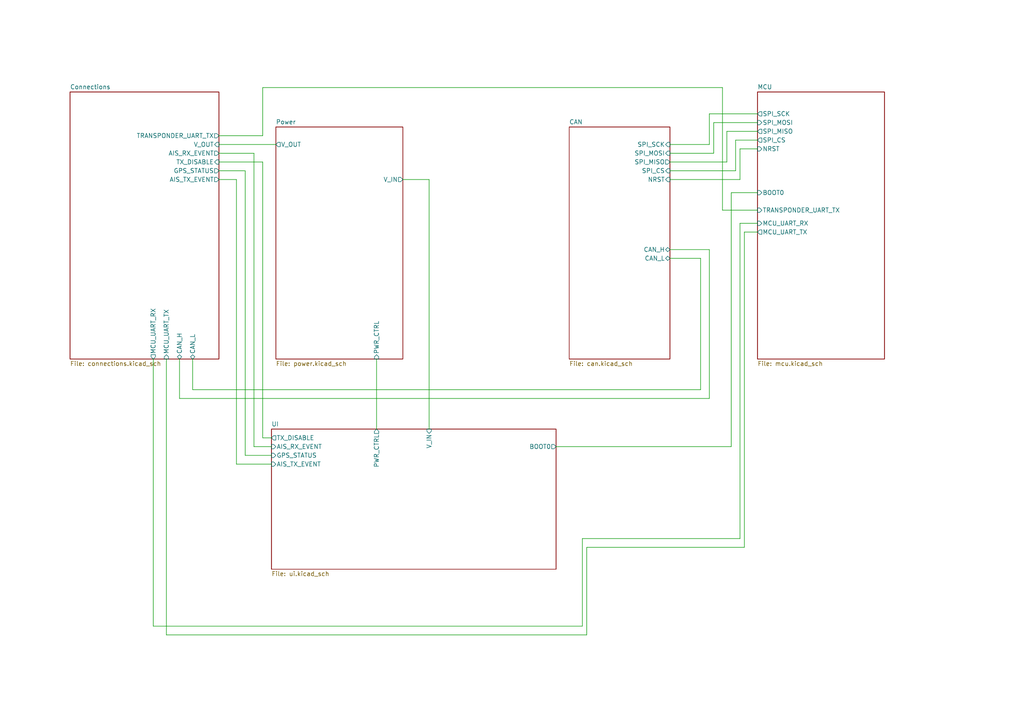
<source format=kicad_sch>
(kicad_sch
	(version 20231120)
	(generator "eeschema")
	(generator_version "8.0")
	(uuid "c5556f8a-89e2-4d0f-b0be-1ad8268f6ba1")
	(paper "A4")
	(title_block
		(title "MAIANA NMEA2000 Adapter")
		(date "2023-09-23")
		(rev "8")
		(company "Maverick Labs LLC")
	)
	(lib_symbols)
	(wire
		(pts
			(xy 205.74 33.02) (xy 205.74 41.91)
		)
		(stroke
			(width 0)
			(type default)
		)
		(uuid "00b5dcf2-acbe-4287-84de-8c3d802fb1ba")
	)
	(wire
		(pts
			(xy 73.66 129.54) (xy 73.66 44.45)
		)
		(stroke
			(width 0)
			(type default)
		)
		(uuid "04b28251-ba8c-482e-b1d1-62eea6f4c55d")
	)
	(wire
		(pts
			(xy 52.07 104.14) (xy 52.07 115.57)
		)
		(stroke
			(width 0)
			(type default)
		)
		(uuid "05d72197-137e-4933-a8be-9865f5b83292")
	)
	(wire
		(pts
			(xy 207.01 44.45) (xy 194.31 44.45)
		)
		(stroke
			(width 0)
			(type default)
		)
		(uuid "09792660-2eab-4daf-bc5b-6c1cc686d644")
	)
	(wire
		(pts
			(xy 219.71 33.02) (xy 205.74 33.02)
		)
		(stroke
			(width 0)
			(type default)
		)
		(uuid "0d0b6cfd-f040-4b90-ab4f-53c227a3d3c0")
	)
	(wire
		(pts
			(xy 68.58 52.07) (xy 63.5 52.07)
		)
		(stroke
			(width 0)
			(type default)
		)
		(uuid "0ec986a6-de35-425c-b984-6c22202e0120")
	)
	(wire
		(pts
			(xy 170.18 158.75) (xy 170.18 184.15)
		)
		(stroke
			(width 0)
			(type default)
		)
		(uuid "1382c5f5-4ca6-43c3-aca7-c58d7e6c86bc")
	)
	(wire
		(pts
			(xy 219.71 35.56) (xy 207.01 35.56)
		)
		(stroke
			(width 0)
			(type default)
		)
		(uuid "20b5e98e-9d48-48fe-96f2-672f28930fbb")
	)
	(wire
		(pts
			(xy 205.74 72.39) (xy 194.31 72.39)
		)
		(stroke
			(width 0)
			(type default)
		)
		(uuid "27e4a879-2d50-4b54-9e0f-373cc2a1158c")
	)
	(wire
		(pts
			(xy 44.45 104.14) (xy 44.45 181.61)
		)
		(stroke
			(width 0)
			(type default)
		)
		(uuid "2bcf6046-fd48-42b1-b4bf-22f4376905c7")
	)
	(wire
		(pts
			(xy 203.2 113.03) (xy 203.2 74.93)
		)
		(stroke
			(width 0)
			(type default)
		)
		(uuid "2da6b589-92c4-4b7c-8de9-66e7c1b07848")
	)
	(wire
		(pts
			(xy 48.26 184.15) (xy 48.26 104.14)
		)
		(stroke
			(width 0)
			(type default)
		)
		(uuid "2db4ac74-eb43-4521-8421-8fe2cf07f9fe")
	)
	(wire
		(pts
			(xy 55.88 104.14) (xy 55.88 113.03)
		)
		(stroke
			(width 0)
			(type default)
		)
		(uuid "2dd74699-af41-4d26-8e33-fca3e891a181")
	)
	(wire
		(pts
			(xy 170.18 184.15) (xy 48.26 184.15)
		)
		(stroke
			(width 0)
			(type default)
		)
		(uuid "3b2e5267-d638-463b-a21e-7804da6fd6d7")
	)
	(wire
		(pts
			(xy 73.66 44.45) (xy 63.5 44.45)
		)
		(stroke
			(width 0)
			(type default)
		)
		(uuid "3ef78ea7-5289-4bab-a2fd-797e13a101fc")
	)
	(wire
		(pts
			(xy 219.71 38.1) (xy 210.82 38.1)
		)
		(stroke
			(width 0)
			(type default)
		)
		(uuid "4548f8e6-2a40-43b5-97ff-48ac0ee3b672")
	)
	(wire
		(pts
			(xy 219.71 40.64) (xy 213.36 40.64)
		)
		(stroke
			(width 0)
			(type default)
		)
		(uuid "470a85d7-b9b9-4420-9b3a-a60371f876ea")
	)
	(wire
		(pts
			(xy 78.74 134.62) (xy 68.58 134.62)
		)
		(stroke
			(width 0)
			(type default)
		)
		(uuid "489b357f-032d-4433-9672-0285d8aff583")
	)
	(wire
		(pts
			(xy 124.46 52.07) (xy 124.46 124.46)
		)
		(stroke
			(width 0)
			(type default)
		)
		(uuid "4abc64eb-9249-4823-8bfa-aa34f55d42ee")
	)
	(wire
		(pts
			(xy 215.9 158.75) (xy 170.18 158.75)
		)
		(stroke
			(width 0)
			(type default)
		)
		(uuid "4b7ff707-47af-401a-9b7b-ef28b7ffdd6a")
	)
	(wire
		(pts
			(xy 44.45 181.61) (xy 168.91 181.61)
		)
		(stroke
			(width 0)
			(type default)
		)
		(uuid "50c51e2e-547b-4063-8068-8aba713c9cc6")
	)
	(wire
		(pts
			(xy 76.2 46.99) (xy 63.5 46.99)
		)
		(stroke
			(width 0)
			(type default)
		)
		(uuid "51a12a6e-f015-4e0f-a97e-0e466c31d557")
	)
	(wire
		(pts
			(xy 210.82 38.1) (xy 210.82 46.99)
		)
		(stroke
			(width 0)
			(type default)
		)
		(uuid "54e75e36-bc2e-46bb-a098-1312427f0151")
	)
	(wire
		(pts
			(xy 209.55 25.4) (xy 209.55 60.96)
		)
		(stroke
			(width 0)
			(type default)
		)
		(uuid "61133c15-d279-444c-b911-2952ad8125a7")
	)
	(wire
		(pts
			(xy 214.63 43.18) (xy 214.63 52.07)
		)
		(stroke
			(width 0)
			(type default)
		)
		(uuid "787ac5d8-3aca-43ac-87fe-04b17201623d")
	)
	(wire
		(pts
			(xy 215.9 67.31) (xy 215.9 158.75)
		)
		(stroke
			(width 0)
			(type default)
		)
		(uuid "7d4dcb4f-3a8f-4891-81cb-965a3e21e543")
	)
	(wire
		(pts
			(xy 109.22 104.14) (xy 109.22 124.46)
		)
		(stroke
			(width 0)
			(type default)
		)
		(uuid "7fcd1e9c-2910-4f50-9cb2-0c19ad738259")
	)
	(wire
		(pts
			(xy 168.91 181.61) (xy 168.91 156.21)
		)
		(stroke
			(width 0)
			(type default)
		)
		(uuid "80119181-1472-4bf7-8949-fd25514e2145")
	)
	(wire
		(pts
			(xy 207.01 35.56) (xy 207.01 44.45)
		)
		(stroke
			(width 0)
			(type default)
		)
		(uuid "82a23efa-b17b-4be0-94e6-01eb63ede914")
	)
	(wire
		(pts
			(xy 209.55 60.96) (xy 219.71 60.96)
		)
		(stroke
			(width 0)
			(type default)
		)
		(uuid "9121ad7b-28c3-4f6a-a7fb-e6f2ed458e83")
	)
	(wire
		(pts
			(xy 212.09 129.54) (xy 212.09 55.88)
		)
		(stroke
			(width 0)
			(type default)
		)
		(uuid "927b3ff6-617a-43c8-ab5d-8a852df84c78")
	)
	(wire
		(pts
			(xy 212.09 55.88) (xy 219.71 55.88)
		)
		(stroke
			(width 0)
			(type default)
		)
		(uuid "9463b122-5169-4b05-b9b0-9522822df580")
	)
	(wire
		(pts
			(xy 205.74 115.57) (xy 205.74 72.39)
		)
		(stroke
			(width 0)
			(type default)
		)
		(uuid "94e3a50a-70ba-4c48-b311-df4914661528")
	)
	(wire
		(pts
			(xy 76.2 25.4) (xy 209.55 25.4)
		)
		(stroke
			(width 0)
			(type default)
		)
		(uuid "97dbdeb5-d0a4-47b2-ad04-815938a0daf7")
	)
	(wire
		(pts
			(xy 161.29 129.54) (xy 212.09 129.54)
		)
		(stroke
			(width 0)
			(type default)
		)
		(uuid "992908c1-4334-480b-9707-81a070f250e6")
	)
	(wire
		(pts
			(xy 214.63 52.07) (xy 194.31 52.07)
		)
		(stroke
			(width 0)
			(type default)
		)
		(uuid "99df7320-600e-4764-935e-a2b8a79bccef")
	)
	(wire
		(pts
			(xy 68.58 134.62) (xy 68.58 52.07)
		)
		(stroke
			(width 0)
			(type default)
		)
		(uuid "a1df69c5-c8ae-452f-92e1-af858e8af2c4")
	)
	(wire
		(pts
			(xy 168.91 156.21) (xy 214.63 156.21)
		)
		(stroke
			(width 0)
			(type default)
		)
		(uuid "a5d8157b-6b51-4328-a1cb-dd614cc111e9")
	)
	(wire
		(pts
			(xy 78.74 127) (xy 76.2 127)
		)
		(stroke
			(width 0)
			(type default)
		)
		(uuid "b2e2e92b-a26b-4ed2-b4b4-4c34de26b251")
	)
	(wire
		(pts
			(xy 205.74 41.91) (xy 194.31 41.91)
		)
		(stroke
			(width 0)
			(type default)
		)
		(uuid "b4a4ed28-333b-4729-9c7e-b8ace91fb93a")
	)
	(wire
		(pts
			(xy 76.2 127) (xy 76.2 46.99)
		)
		(stroke
			(width 0)
			(type default)
		)
		(uuid "b5b2ab81-6bc1-4285-a6a9-a66b2d0eacdb")
	)
	(wire
		(pts
			(xy 63.5 41.91) (xy 80.01 41.91)
		)
		(stroke
			(width 0)
			(type default)
		)
		(uuid "ba0a437d-18f2-4d61-9203-519b5e1f695c")
	)
	(wire
		(pts
			(xy 71.12 132.08) (xy 71.12 49.53)
		)
		(stroke
			(width 0)
			(type default)
		)
		(uuid "bf30a127-6d6c-4c11-b542-c30a9025e88b")
	)
	(wire
		(pts
			(xy 210.82 46.99) (xy 194.31 46.99)
		)
		(stroke
			(width 0)
			(type default)
		)
		(uuid "c77070b2-520b-4a06-9d3e-17b4b6a7b96a")
	)
	(wire
		(pts
			(xy 213.36 49.53) (xy 194.31 49.53)
		)
		(stroke
			(width 0)
			(type default)
		)
		(uuid "ca34c95f-29cb-4e1d-8c07-8644e5932df2")
	)
	(wire
		(pts
			(xy 213.36 40.64) (xy 213.36 49.53)
		)
		(stroke
			(width 0)
			(type default)
		)
		(uuid "cb752577-b09f-48c4-aa81-a79a24919109")
	)
	(wire
		(pts
			(xy 78.74 129.54) (xy 73.66 129.54)
		)
		(stroke
			(width 0)
			(type default)
		)
		(uuid "cd4a9270-ff0d-4500-95be-c0328698164f")
	)
	(wire
		(pts
			(xy 55.88 113.03) (xy 203.2 113.03)
		)
		(stroke
			(width 0)
			(type default)
		)
		(uuid "d105fe9c-e477-4cb4-b6f4-b6461fd34e6d")
	)
	(wire
		(pts
			(xy 76.2 39.37) (xy 76.2 25.4)
		)
		(stroke
			(width 0)
			(type default)
		)
		(uuid "d16f599f-a4de-4648-94de-04c399d0d39e")
	)
	(wire
		(pts
			(xy 78.74 132.08) (xy 71.12 132.08)
		)
		(stroke
			(width 0)
			(type default)
		)
		(uuid "d83a3a66-c39e-47d7-828c-fbd802d99825")
	)
	(wire
		(pts
			(xy 219.71 67.31) (xy 215.9 67.31)
		)
		(stroke
			(width 0)
			(type default)
		)
		(uuid "dbbefbdb-bc7b-43b2-ba9d-6d9daee85f57")
	)
	(wire
		(pts
			(xy 214.63 64.77) (xy 219.71 64.77)
		)
		(stroke
			(width 0)
			(type default)
		)
		(uuid "de2c1185-a42d-4de4-8ca4-5bced502d4d3")
	)
	(wire
		(pts
			(xy 52.07 115.57) (xy 205.74 115.57)
		)
		(stroke
			(width 0)
			(type default)
		)
		(uuid "e76f0ddb-c6f0-40e3-a00e-98c264417579")
	)
	(wire
		(pts
			(xy 63.5 39.37) (xy 76.2 39.37)
		)
		(stroke
			(width 0)
			(type default)
		)
		(uuid "e80bcbda-2e0a-4092-bf3d-6bf3ab4f6472")
	)
	(wire
		(pts
			(xy 116.84 52.07) (xy 124.46 52.07)
		)
		(stroke
			(width 0)
			(type default)
		)
		(uuid "e9e9d808-c134-439a-ad7e-dc0b54c9f013")
	)
	(wire
		(pts
			(xy 214.63 156.21) (xy 214.63 64.77)
		)
		(stroke
			(width 0)
			(type default)
		)
		(uuid "eab76515-193c-4199-b96c-d712c390265e")
	)
	(wire
		(pts
			(xy 203.2 74.93) (xy 194.31 74.93)
		)
		(stroke
			(width 0)
			(type default)
		)
		(uuid "ee153d84-6dc6-46bc-adfd-feec7acd2dae")
	)
	(wire
		(pts
			(xy 219.71 43.18) (xy 214.63 43.18)
		)
		(stroke
			(width 0)
			(type default)
		)
		(uuid "fda3fb9e-2fee-49ad-91a1-5b608f045c85")
	)
	(wire
		(pts
			(xy 71.12 49.53) (xy 63.5 49.53)
		)
		(stroke
			(width 0)
			(type default)
		)
		(uuid "ff62e25e-e501-4d9e-aab4-289e0616de75")
	)
	(sheet
		(at 78.74 124.46)
		(size 82.55 40.64)
		(fields_autoplaced yes)
		(stroke
			(width 0.1524)
			(type solid)
		)
		(fill
			(color 0 0 0 0.0000)
		)
		(uuid "216fd6ca-ab33-431f-bcec-b93a3e5dfdb6")
		(property "Sheetname" "UI"
			(at 78.74 123.7484 0)
			(effects
				(font
					(size 1.27 1.27)
				)
				(justify left bottom)
			)
		)
		(property "Sheetfile" "ui.kicad_sch"
			(at 78.74 165.6846 0)
			(effects
				(font
					(size 1.27 1.27)
				)
				(justify left top)
			)
		)
		(pin "AIS_RX_EVENT" input
			(at 78.74 129.54 180)
			(effects
				(font
					(size 1.27 1.27)
				)
				(justify left)
			)
			(uuid "63c29de5-13a3-473a-ab08-5d72b0e618a7")
		)
		(pin "GPS_STATUS" input
			(at 78.74 132.08 180)
			(effects
				(font
					(size 1.27 1.27)
				)
				(justify left)
			)
			(uuid "a3e69a45-e39b-4ce1-b898-cf7b3ce6986e")
		)
		(pin "AIS_TX_EVENT" input
			(at 78.74 134.62 180)
			(effects
				(font
					(size 1.27 1.27)
				)
				(justify left)
			)
			(uuid "24d9551e-bdf7-421d-8bf5-fc90feff8817")
		)
		(pin "PWR_CTRL" output
			(at 109.22 124.46 90)
			(effects
				(font
					(size 1.27 1.27)
				)
				(justify right)
			)
			(uuid "e61db562-01cf-45db-94a1-a6f2fd513a8c")
		)
		(pin "TX_DISABLE" output
			(at 78.74 127 180)
			(effects
				(font
					(size 1.27 1.27)
				)
				(justify left)
			)
			(uuid "2315c591-2afe-4a2b-84e0-b362d1b43ede")
		)
		(pin "BOOT0" output
			(at 161.29 129.54 0)
			(effects
				(font
					(size 1.27 1.27)
				)
				(justify right)
			)
			(uuid "89162900-5c6e-4776-9ff6-2ad4ee5cc11b")
		)
		(pin "V_IN" input
			(at 124.46 124.46 90)
			(effects
				(font
					(size 1.27 1.27)
				)
				(justify right)
			)
			(uuid "d012046b-c764-4fd2-8a33-74859d91546e")
		)
		(instances
			(project "N2K_Blue_v8.2"
				(path "/c5556f8a-89e2-4d0f-b0be-1ad8268f6ba1"
					(page "5")
				)
			)
		)
	)
	(sheet
		(at 20.32 26.67)
		(size 43.18 77.47)
		(fields_autoplaced yes)
		(stroke
			(width 0.1524)
			(type solid)
		)
		(fill
			(color 0 0 0 0.0000)
		)
		(uuid "366c1cf7-3b18-4b07-a46b-710a7c7fc965")
		(property "Sheetname" "Connections"
			(at 20.32 25.9584 0)
			(effects
				(font
					(size 1.27 1.27)
				)
				(justify left bottom)
			)
		)
		(property "Sheetfile" "connections.kicad_sch"
			(at 20.32 104.7246 0)
			(effects
				(font
					(size 1.27 1.27)
				)
				(justify left top)
			)
		)
		(pin "TRANSPONDER_UART_TX" output
			(at 63.5 39.37 0)
			(effects
				(font
					(size 1.27 1.27)
				)
				(justify right)
			)
			(uuid "97580348-0f04-493f-b100-f13b2e114ab4")
		)
		(pin "V_OUT" input
			(at 63.5 41.91 0)
			(effects
				(font
					(size 1.27 1.27)
				)
				(justify right)
			)
			(uuid "9d06d9e6-5b46-44f8-9c30-9c607fb3c687")
		)
		(pin "AIS_RX_EVENT" output
			(at 63.5 44.45 0)
			(effects
				(font
					(size 1.27 1.27)
				)
				(justify right)
			)
			(uuid "c305b4e6-142c-428b-a34c-08b27c69107b")
		)
		(pin "TX_DISABLE" input
			(at 63.5 46.99 0)
			(effects
				(font
					(size 1.27 1.27)
				)
				(justify right)
			)
			(uuid "eea4b9d9-68d6-4d5f-b06e-ab196bfe7295")
		)
		(pin "GPS_STATUS" output
			(at 63.5 49.53 0)
			(effects
				(font
					(size 1.27 1.27)
				)
				(justify right)
			)
			(uuid "f93871ec-23bd-469d-8866-ad1ca199dc78")
		)
		(pin "AIS_TX_EVENT" output
			(at 63.5 52.07 0)
			(effects
				(font
					(size 1.27 1.27)
				)
				(justify right)
			)
			(uuid "37191daf-5659-4c76-8844-e4c1e7963ed8")
		)
		(pin "CAN_L" bidirectional
			(at 55.88 104.14 270)
			(effects
				(font
					(size 1.27 1.27)
				)
				(justify left)
			)
			(uuid "93cd7e08-9024-49eb-9efa-0538e4a454d0")
		)
		(pin "CAN_H" bidirectional
			(at 52.07 104.14 270)
			(effects
				(font
					(size 1.27 1.27)
				)
				(justify left)
			)
			(uuid "75919ea4-1bdb-469e-97e3-a3c3327e7d14")
		)
		(pin "MCU_UART_TX" input
			(at 48.26 104.14 270)
			(effects
				(font
					(size 1.27 1.27)
				)
				(justify left)
			)
			(uuid "b546a271-2e6d-45d5-b8c6-adda6e74f32d")
		)
		(pin "MCU_UART_RX" output
			(at 44.45 104.14 270)
			(effects
				(font
					(size 1.27 1.27)
				)
				(justify left)
			)
			(uuid "3627a39c-9475-419b-a840-f6a04625338c")
		)
		(instances
			(project "N2K_Blue_v8.2"
				(path "/c5556f8a-89e2-4d0f-b0be-1ad8268f6ba1"
					(page "6")
				)
			)
		)
	)
	(sheet
		(at 219.71 26.67)
		(size 36.83 77.47)
		(fields_autoplaced yes)
		(stroke
			(width 0.1524)
			(type solid)
		)
		(fill
			(color 0 0 0 0.0000)
		)
		(uuid "8cd865ef-a761-4450-bad7-a70626b91e35")
		(property "Sheetname" "MCU"
			(at 219.71 25.9584 0)
			(effects
				(font
					(size 1.27 1.27)
				)
				(justify left bottom)
			)
		)
		(property "Sheetfile" "mcu.kicad_sch"
			(at 219.71 104.7246 0)
			(effects
				(font
					(size 1.27 1.27)
				)
				(justify left top)
			)
		)
		(pin "BOOT0" input
			(at 219.71 55.88 180)
			(effects
				(font
					(size 1.27 1.27)
				)
				(justify left)
			)
			(uuid "fbeea81f-f16d-4980-8066-1168f68ed93c")
		)
		(pin "NRST" input
			(at 219.71 43.18 180)
			(effects
				(font
					(size 1.27 1.27)
				)
				(justify left)
			)
			(uuid "a1aa77fd-6488-4809-a2be-82bb6c5f6bd8")
		)
		(pin "TRANSPONDER_UART_TX" input
			(at 219.71 60.96 180)
			(effects
				(font
					(size 1.27 1.27)
				)
				(justify left)
			)
			(uuid "af14062c-a9d3-407f-bb83-3b9fe54002eb")
		)
		(pin "SPI_CS" output
			(at 219.71 40.64 180)
			(effects
				(font
					(size 1.27 1.27)
				)
				(justify left)
			)
			(uuid "399114f5-4f0d-4e1e-8763-f0bd9f33ca29")
		)
		(pin "SPI_SCK" output
			(at 219.71 33.02 180)
			(effects
				(font
					(size 1.27 1.27)
				)
				(justify left)
			)
			(uuid "b09a8d85-b1d6-4bf3-a842-f5843b04524d")
		)
		(pin "SPI_MOSI" input
			(at 219.71 35.56 180)
			(effects
				(font
					(size 1.27 1.27)
				)
				(justify left)
			)
			(uuid "4ff1a3d0-a6ff-480d-8b47-5af6b0986285")
		)
		(pin "SPI_MISO" output
			(at 219.71 38.1 180)
			(effects
				(font
					(size 1.27 1.27)
				)
				(justify left)
			)
			(uuid "5a04b3c9-be6b-49b2-9d91-0b3cce5422c6")
		)
		(pin "MCU_UART_RX" input
			(at 219.71 64.77 180)
			(effects
				(font
					(size 1.27 1.27)
				)
				(justify left)
			)
			(uuid "47eea4cf-9ffb-44e0-9a00-ff4d34a3c47b")
		)
		(pin "MCU_UART_TX" output
			(at 219.71 67.31 180)
			(effects
				(font
					(size 1.27 1.27)
				)
				(justify left)
			)
			(uuid "0ad030d6-7c8a-4178-87c0-2ecf8f508ae6")
		)
		(instances
			(project "N2K_Blue_v8.2"
				(path "/c5556f8a-89e2-4d0f-b0be-1ad8268f6ba1"
					(page "4")
				)
			)
		)
	)
	(sheet
		(at 80.01 36.83)
		(size 36.83 67.31)
		(fields_autoplaced yes)
		(stroke
			(width 0.1524)
			(type solid)
		)
		(fill
			(color 0 0 0 0.0000)
		)
		(uuid "d2e335c7-bab6-4084-aec7-c22d80246561")
		(property "Sheetname" "Power"
			(at 80.01 36.1184 0)
			(effects
				(font
					(size 1.27 1.27)
				)
				(justify left bottom)
			)
		)
		(property "Sheetfile" "power.kicad_sch"
			(at 80.01 104.7246 0)
			(effects
				(font
					(size 1.27 1.27)
				)
				(justify left top)
			)
		)
		(pin "V_OUT" output
			(at 80.01 41.91 180)
			(effects
				(font
					(size 1.27 1.27)
				)
				(justify left)
			)
			(uuid "3032eee0-6109-4dfb-b43d-855c81b75cd2")
		)
		(pin "PWR_CTRL" input
			(at 109.22 104.14 270)
			(effects
				(font
					(size 1.27 1.27)
				)
				(justify left)
			)
			(uuid "db51fc1f-1c57-4476-bc90-b909c484cf1a")
		)
		(pin "V_IN" output
			(at 116.84 52.07 0)
			(effects
				(font
					(size 1.27 1.27)
				)
				(justify right)
			)
			(uuid "fd38887e-f1dd-409c-aa0e-9e65242dc438")
		)
		(instances
			(project "N2K_Blue_v8.2"
				(path "/c5556f8a-89e2-4d0f-b0be-1ad8268f6ba1"
					(page "2")
				)
			)
		)
	)
	(sheet
		(at 165.1 36.83)
		(size 29.21 67.31)
		(fields_autoplaced yes)
		(stroke
			(width 0.1524)
			(type solid)
		)
		(fill
			(color 0 0 0 0.0000)
		)
		(uuid "f4f3c8a2-9af1-45ba-ac1a-bbe64c505b23")
		(property "Sheetname" "CAN"
			(at 165.1 36.1184 0)
			(effects
				(font
					(size 1.27 1.27)
				)
				(justify left bottom)
			)
		)
		(property "Sheetfile" "can.kicad_sch"
			(at 165.1 104.7246 0)
			(effects
				(font
					(size 1.27 1.27)
				)
				(justify left top)
			)
		)
		(pin "SPI_SCK" input
			(at 194.31 41.91 0)
			(effects
				(font
					(size 1.27 1.27)
				)
				(justify right)
			)
			(uuid "40b30e7e-975b-4be8-8405-6dfed9a8b7c0")
		)
		(pin "SPI_MOSI" input
			(at 194.31 44.45 0)
			(effects
				(font
					(size 1.27 1.27)
				)
				(justify right)
			)
			(uuid "0f46fb90-4cd1-41ae-b186-0d3c0ac7a12e")
		)
		(pin "SPI_MISO" output
			(at 194.31 46.99 0)
			(effects
				(font
					(size 1.27 1.27)
				)
				(justify right)
			)
			(uuid "ed36dd60-e098-49dd-aedc-f3a60853ac08")
		)
		(pin "SPI_CS" input
			(at 194.31 49.53 0)
			(effects
				(font
					(size 1.27 1.27)
				)
				(justify right)
			)
			(uuid "cbe7bdb2-add2-4351-a372-81907750ede5")
		)
		(pin "NRST" input
			(at 194.31 52.07 0)
			(effects
				(font
					(size 1.27 1.27)
				)
				(justify right)
			)
			(uuid "7a31c51a-2b8b-48dd-ab80-768da7f24eec")
		)
		(pin "CAN_H" bidirectional
			(at 194.31 72.39 0)
			(effects
				(font
					(size 1.27 1.27)
				)
				(justify right)
			)
			(uuid "97ac2395-970d-4f7b-9b21-5d5ff0f851ab")
		)
		(pin "CAN_L" bidirectional
			(at 194.31 74.93 0)
			(effects
				(font
					(size 1.27 1.27)
				)
				(justify right)
			)
			(uuid "d4f19a59-0a20-4c00-b773-3798b1b65ab4")
		)
		(instances
			(project "N2K_Blue_v8.2"
				(path "/c5556f8a-89e2-4d0f-b0be-1ad8268f6ba1"
					(page "3")
				)
			)
		)
	)
	(sheet_instances
		(path "/"
			(page "1")
		)
	)
)

</source>
